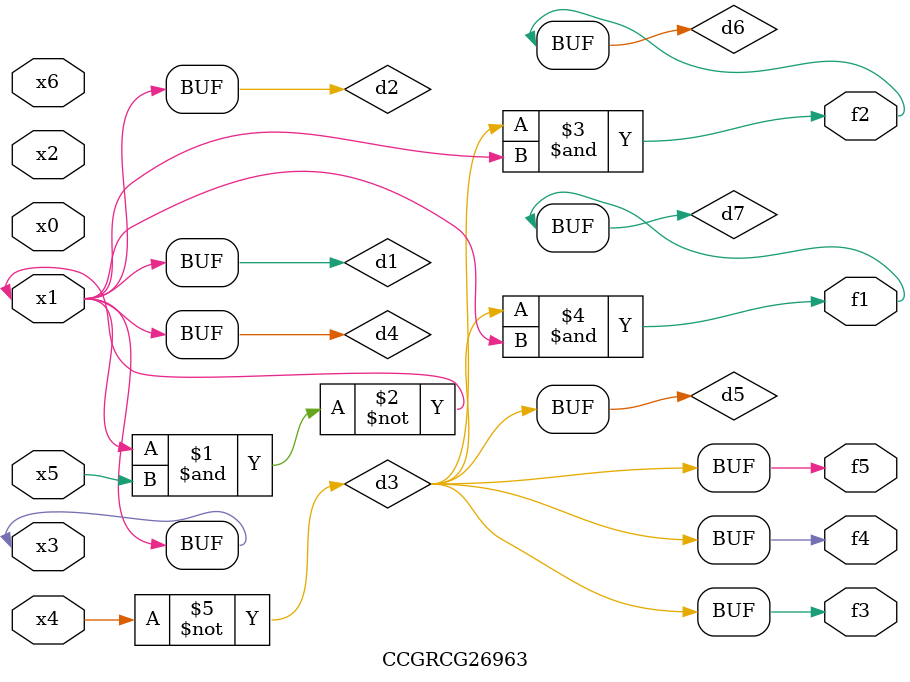
<source format=v>
module CCGRCG26963(
	input x0, x1, x2, x3, x4, x5, x6,
	output f1, f2, f3, f4, f5
);

	wire d1, d2, d3, d4, d5, d6, d7;

	buf (d1, x1, x3);
	nand (d2, x1, x5);
	not (d3, x4);
	buf (d4, d1, d2);
	buf (d5, d3);
	and (d6, d3, d4);
	and (d7, d3, d4);
	assign f1 = d7;
	assign f2 = d6;
	assign f3 = d5;
	assign f4 = d5;
	assign f5 = d5;
endmodule

</source>
